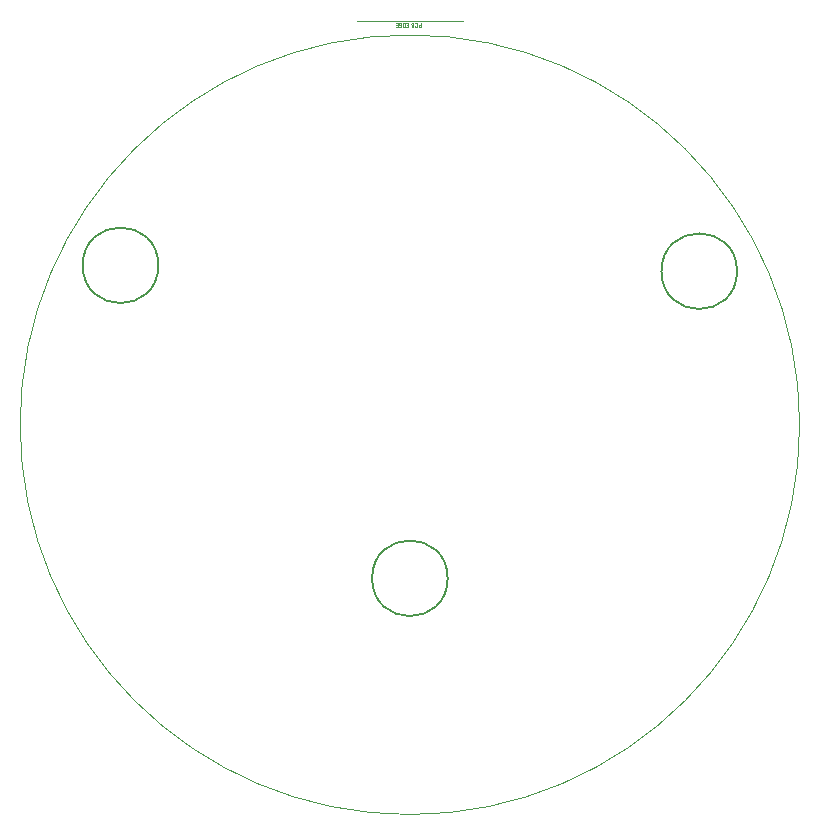
<source format=gbr>
%TF.GenerationSoftware,KiCad,Pcbnew,(7.0.0-0)*%
%TF.CreationDate,2023-03-26T23:48:35-05:00*%
%TF.ProjectId,RP2040_minimal,52503230-3430-45f6-9d69-6e696d616c2e,REV1*%
%TF.SameCoordinates,Original*%
%TF.FileFunction,Other,Comment*%
%FSLAX46Y46*%
G04 Gerber Fmt 4.6, Leading zero omitted, Abs format (unit mm)*
G04 Created by KiCad (PCBNEW (7.0.0-0)) date 2023-03-26 23:48:35*
%MOMM*%
%LPD*%
G01*
G04 APERTURE LIST*
%ADD10C,0.100000*%
%ADD11C,0.037500*%
%ADD12C,0.120000*%
%ADD13C,0.150000*%
G04 APERTURE END LIST*
D10*
X33000000Y0D02*
G75*
G03*
X33000000Y0I-33000000J0D01*
G01*
D11*
%TO.C,P1*%
X903571Y34004715D02*
X903571Y33704715D01*
X903571Y33704715D02*
X789285Y33704715D01*
X789285Y33704715D02*
X760714Y33719000D01*
X760714Y33719000D02*
X746428Y33733286D01*
X746428Y33733286D02*
X732142Y33761858D01*
X732142Y33761858D02*
X732142Y33804715D01*
X732142Y33804715D02*
X746428Y33833286D01*
X746428Y33833286D02*
X760714Y33847572D01*
X760714Y33847572D02*
X789285Y33861858D01*
X789285Y33861858D02*
X903571Y33861858D01*
X432142Y33976143D02*
X446428Y33990429D01*
X446428Y33990429D02*
X489285Y34004715D01*
X489285Y34004715D02*
X517857Y34004715D01*
X517857Y34004715D02*
X560714Y33990429D01*
X560714Y33990429D02*
X589285Y33961858D01*
X589285Y33961858D02*
X603571Y33933286D01*
X603571Y33933286D02*
X617857Y33876143D01*
X617857Y33876143D02*
X617857Y33833286D01*
X617857Y33833286D02*
X603571Y33776143D01*
X603571Y33776143D02*
X589285Y33747572D01*
X589285Y33747572D02*
X560714Y33719000D01*
X560714Y33719000D02*
X517857Y33704715D01*
X517857Y33704715D02*
X489285Y33704715D01*
X489285Y33704715D02*
X446428Y33719000D01*
X446428Y33719000D02*
X432142Y33733286D01*
X203571Y33847572D02*
X160714Y33861858D01*
X160714Y33861858D02*
X146428Y33876143D01*
X146428Y33876143D02*
X132142Y33904715D01*
X132142Y33904715D02*
X132142Y33947572D01*
X132142Y33947572D02*
X146428Y33976143D01*
X146428Y33976143D02*
X160714Y33990429D01*
X160714Y33990429D02*
X189285Y34004715D01*
X189285Y34004715D02*
X303571Y34004715D01*
X303571Y34004715D02*
X303571Y33704715D01*
X303571Y33704715D02*
X203571Y33704715D01*
X203571Y33704715D02*
X175000Y33719000D01*
X175000Y33719000D02*
X160714Y33733286D01*
X160714Y33733286D02*
X146428Y33761858D01*
X146428Y33761858D02*
X146428Y33790429D01*
X146428Y33790429D02*
X160714Y33819000D01*
X160714Y33819000D02*
X175000Y33833286D01*
X175000Y33833286D02*
X203571Y33847572D01*
X203571Y33847572D02*
X303571Y33847572D01*
X-176429Y33847572D02*
X-276429Y33847572D01*
X-319286Y34004715D02*
X-176429Y34004715D01*
X-176429Y34004715D02*
X-176429Y33704715D01*
X-176429Y33704715D02*
X-319286Y33704715D01*
X-447858Y34004715D02*
X-447858Y33704715D01*
X-447858Y33704715D02*
X-519287Y33704715D01*
X-519287Y33704715D02*
X-562144Y33719000D01*
X-562144Y33719000D02*
X-590715Y33747572D01*
X-590715Y33747572D02*
X-605001Y33776143D01*
X-605001Y33776143D02*
X-619287Y33833286D01*
X-619287Y33833286D02*
X-619287Y33876143D01*
X-619287Y33876143D02*
X-605001Y33933286D01*
X-605001Y33933286D02*
X-590715Y33961858D01*
X-590715Y33961858D02*
X-562144Y33990429D01*
X-562144Y33990429D02*
X-519287Y34004715D01*
X-519287Y34004715D02*
X-447858Y34004715D01*
X-905001Y33719000D02*
X-876429Y33704715D01*
X-876429Y33704715D02*
X-833572Y33704715D01*
X-833572Y33704715D02*
X-790715Y33719000D01*
X-790715Y33719000D02*
X-762144Y33747572D01*
X-762144Y33747572D02*
X-747858Y33776143D01*
X-747858Y33776143D02*
X-733572Y33833286D01*
X-733572Y33833286D02*
X-733572Y33876143D01*
X-733572Y33876143D02*
X-747858Y33933286D01*
X-747858Y33933286D02*
X-762144Y33961858D01*
X-762144Y33961858D02*
X-790715Y33990429D01*
X-790715Y33990429D02*
X-833572Y34004715D01*
X-833572Y34004715D02*
X-862144Y34004715D01*
X-862144Y34004715D02*
X-905001Y33990429D01*
X-905001Y33990429D02*
X-919287Y33976143D01*
X-919287Y33976143D02*
X-919287Y33876143D01*
X-919287Y33876143D02*
X-862144Y33876143D01*
X-1047858Y33847572D02*
X-1147858Y33847572D01*
X-1190715Y34004715D02*
X-1047858Y34004715D01*
X-1047858Y34004715D02*
X-1047858Y33704715D01*
X-1047858Y33704715D02*
X-1190715Y33704715D01*
D12*
X4500000Y34220000D02*
X-4500000Y34220000D01*
D13*
%TO.C,H3*%
X3200000Y-13000000D02*
G75*
G03*
X3200000Y-13000000I-3200000J0D01*
G01*
%TO.C,H2*%
X-21300000Y13500000D02*
G75*
G03*
X-21300000Y13500000I-3200000J0D01*
G01*
%TO.C,H1*%
X27700000Y13000000D02*
G75*
G03*
X27700000Y13000000I-3200000J0D01*
G01*
%TD*%
M02*

</source>
